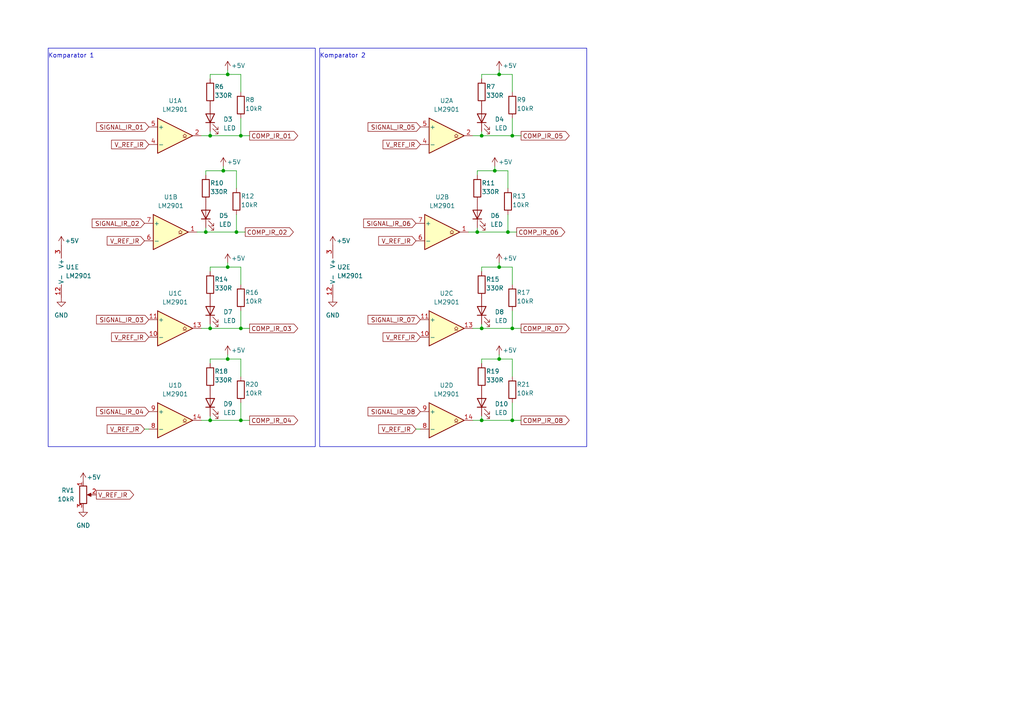
<source format=kicad_sch>
(kicad_sch (version 20231120) (generator "eeschema") (generator_version "8.0")
  (paper "A4")
  (lib_symbols
    (symbol "Comparator:LM2901" (pin_names (offset 0.127))
      (property "Reference" "U" (at 0 5.08 0))
      (property "Value" "LM2901" (at 0 -5.08 0))
      (symbol "LM2901_1_1"
        (polyline (pts (xy -5.08 5.08) (xy 5.08 0) (xy -5.08 -5.08) (xy -5.08 5.08)) (stroke (width 0.254)) (fill (type background)))
        (polyline (pts (xy 3.302 -0.508) (xy 2.794 -0.508) (xy 3.302 0) (xy 2.794 0.508) (xy 2.286 0) (xy 2.794 -0.508) (xy 2.286 -0.508)) (stroke (width 0.127)))
        (pin open_collector line (at 7.62 0 180) (length 2.54) (name "~") (number "2"))
        (pin input line (at -7.62 -2.54 0) (length 2.54) (name "-") (number "4"))
        (pin input line (at -7.62 2.54 0) (length 2.54) (name "+") (number "5"))
      )
      (symbol "LM2901_2_1"
        (polyline (pts (xy -5.08 5.08) (xy 5.08 0) (xy -5.08 -5.08) (xy -5.08 5.08)) (stroke (width 0.254)) (fill (type background)))
        (polyline (pts (xy 3.302 -0.508) (xy 2.794 -0.508) (xy 3.302 0) (xy 2.794 0.508) (xy 2.286 0) (xy 2.794 -0.508) (xy 2.286 -0.508)) (stroke (width 0.127)))
        (pin open_collector line (at 7.62 0 180) (length 2.54) (name "~") (number "1"))
        (pin input line (at -7.62 -2.54 0) (length 2.54) (name "-") (number "6"))
        (pin input line (at -7.62 2.54 0) (length 2.54) (name "+") (number "7"))
      )
      (symbol "LM2901_3_1"
        (polyline (pts (xy -5.08 5.08) (xy 5.08 0) (xy -5.08 -5.08) (xy -5.08 5.08)) (stroke (width 0.254)) (fill (type background)))
        (polyline (pts (xy 3.302 -0.508) (xy 2.794 -0.508) (xy 3.302 0) (xy 2.794 0.508) (xy 2.286 0) (xy 2.794 -0.508) (xy 2.286 -0.508)) (stroke (width 0.127)))
        (pin input line (at -7.62 -2.54 0) (length 2.54) (name "-") (number "10"))
        (pin input line (at -7.62 2.54 0) (length 2.54) (name "+") (number "11"))
        (pin open_collector line (at 7.62 0 180) (length 2.54) (name "~") (number "13"))
      )
      (symbol "LM2901_4_1"
        (polyline (pts (xy -5.08 5.08) (xy 5.08 0) (xy -5.08 -5.08) (xy -5.08 5.08)) (stroke (width 0.254)) (fill (type background)))
        (polyline (pts (xy 3.302 -0.508) (xy 2.794 -0.508) (xy 3.302 0) (xy 2.794 0.508) (xy 2.286 0) (xy 2.794 -0.508) (xy 2.286 -0.508)) (stroke (width 0.127)))
        (pin open_collector line (at 7.62 0 180) (length 2.54) (name "~") (number "14"))
        (pin input line (at -7.62 -2.54 0) (length 2.54) (name "-") (number "8"))
        (pin input line (at -7.62 2.54 0) (length 2.54) (name "+") (number "9"))
      )
      (symbol "LM2901_5_1"
        (pin power_in line (at -2.54 -7.62 90) (length 3.81) (name "V-") (number "12"))
        (pin power_in line (at -2.54 7.62 270) (length 3.81) (name "V+") (number "3"))
      )
    )
    (symbol "Device:LED" (pin_numbers hide) (pin_names (offset 1.016) hide)
      (property "Reference" "D" (at 0 2.54 0))
      (property "Value" "LED" (at 0 -2.54 0))
      (symbol "LED_0_1"
        (polyline (pts (xy -1.27 -1.27) (xy -1.27 1.27)) (stroke (width 0.254)))
        (polyline (pts (xy -1.27 0) (xy 1.27 0)))
        (polyline (pts (xy 1.27 -1.27) (xy 1.27 1.27) (xy -1.27 0) (xy 1.27 -1.27)) (stroke (width 0.254)))
        (polyline (pts (xy -3.048 -0.762) (xy -4.572 -2.286) (xy -3.81 -2.286) (xy -4.572 -2.286) (xy -4.572 -1.524)))
        (polyline (pts (xy -1.778 -0.762) (xy -3.302 -2.286) (xy -2.54 -2.286) (xy -3.302 -2.286) (xy -3.302 -1.524)))
      )
      (symbol "LED_1_1"
        (pin passive line (at -3.81 0 0) (length 2.54) (name "K") (number "1"))
        (pin passive line (at 3.81 0 180) (length 2.54) (name "A") (number "2"))
      )
    )
    (symbol "Device:R" (pin_numbers hide) (pin_names (offset 0))
      (property "Reference" "R" (at 2.032 0 90))
      (property "Value" "R" (at 0 0 90))
      (symbol "R_0_1"
        (rectangle (start -1.016 -2.54) (end 1.016 2.54) (stroke (width 0.254)))
      )
      (symbol "R_1_1"
        (pin passive line (at 0 3.81 270) (length 1.27) (name "~") (number "1"))
        (pin passive line (at 0 -3.81 90) (length 1.27) (name "~") (number "2"))
      )
    )
    (symbol "Device:R_Potentiometer" (pin_names (offset 1.016) hide)
      (property "Reference" "RV" (at -4.445 0 90))
      (property "Value" "R_Potentiometer" (at -2.54 0 90))
      (symbol "R_Potentiometer_0_1"
        (polyline (pts (xy 2.54 0) (xy 1.524 0)))
        (polyline (pts (xy 1.143 0) (xy 2.286 0.508) (xy 2.286 -0.508) (xy 1.143 0)) (fill (type outline)))
        (rectangle (start 1.016 2.54) (end -1.016 -2.54) (stroke (width 0.254)))
      )
      (symbol "R_Potentiometer_1_1"
        (pin passive line (at 0 3.81 270) (length 1.27) (name "1") (number "1"))
        (pin passive line (at 3.81 0 180) (length 1.27) (name "2") (number "2"))
        (pin passive line (at 0 -3.81 90) (length 1.27) (name "3") (number "3"))
      )
    )
    (symbol "power:+5V" (power) (pin_numbers hide) (pin_names (offset 0) hide)
      (property "Value" "+5V" (at 0 3.556 0))
      (symbol "+5V_0_1"
        (polyline (pts (xy -0.762 1.27) (xy 0 2.54)))
        (polyline (pts (xy 0 0) (xy 0 2.54)))
        (polyline (pts (xy 0 2.54) (xy 0.762 1.27)))
      )
      (symbol "+5V_1_1"
        (pin power_in line (at 0 0 90) (length 0) (name "~") (number "1"))
      )
    )
    (symbol "power:GND" (power) (pin_names (offset 0))
      (property "Value" "GND" (at 0 -3.81 0))
      (symbol "GND_0_1"
        (polyline (pts (xy 0 0) (xy 0 -1.27) (xy 1.27 -1.27) (xy 0 -2.54) (xy -1.27 -1.27) (xy 0 -1.27)))
      )
      (symbol "GND_1_1"
        (pin power_in line (at 0 0 270) (length 0) hide (name "GND") (number "1"))
      )
    )
  )
  (junction (at 139.7 95.25))
  (junction (at 66.04 21.59))
  (junction (at 69.85 39.37))
  (junction (at 143.51 49.53))
  (junction (at 66.04 104.14))
  (junction (at 69.85 95.25))
  (junction (at 66.04 77.47))
  (junction (at 60.96 121.92))
  (junction (at 144.78 77.47))
  (junction (at 144.78 21.59))
  (junction (at 147.32 67.31))
  (junction (at 59.69 67.31))
  (junction (at 69.85 121.92))
  (junction (at 60.96 95.25))
  (junction (at 148.59 95.25))
  (junction (at 139.7 121.92))
  (junction (at 148.59 121.92))
  (junction (at 139.7 39.37))
  (junction (at 68.58 67.31))
  (junction (at 138.43 67.31))
  (junction (at 144.78 104.14))
  (junction (at 64.77 49.53))
  (junction (at 60.96 39.37))
  (junction (at 148.59 39.37))
  (wire (pts (xy 60.96 77.47) (xy 66.04 77.47)))
  (wire (pts (xy 60.96 104.14) (xy 60.96 105.41)))
  (wire (pts (xy 147.32 54.61) (xy 147.32 49.53)))
  (wire (pts (xy 148.59 116.84) (xy 148.59 121.92)))
  (wire (pts (xy 69.85 82.55) (xy 69.85 77.47)))
  (wire (pts (xy 60.96 21.59) (xy 66.04 21.59)))
  (wire (pts (xy 148.59 77.47) (xy 144.78 77.47)))
  (wire (pts (xy 69.85 95.25) (xy 72.39 95.25)))
  (wire (pts (xy 144.78 21.59) (xy 144.78 20.32)))
  (wire (pts (xy 148.59 34.29) (xy 148.59 39.37)))
  (wire (pts (xy 148.59 90.17) (xy 148.59 95.25)))
  (wire (pts (xy 148.59 109.22) (xy 148.59 104.14)))
  (wire (pts (xy 68.58 67.31) (xy 71.12 67.31)))
  (wire (pts (xy 147.32 62.23) (xy 147.32 67.31)))
  (wire (pts (xy 147.32 49.53) (xy 143.51 49.53)))
  (wire (pts (xy 139.7 77.47) (xy 144.78 77.47)))
  (wire (pts (xy 69.85 39.37) (xy 60.96 39.37)))
  (wire (pts (xy 138.43 49.53) (xy 143.51 49.53)))
  (wire (pts (xy 148.59 21.59) (xy 144.78 21.59)))
  (wire (pts (xy 69.85 34.29) (xy 69.85 39.37)))
  (wire (pts (xy 139.7 38.1) (xy 139.7 39.37)))
  (wire (pts (xy 139.7 77.47) (xy 139.7 78.74)))
  (wire (pts (xy 69.85 90.17) (xy 69.85 95.25)))
  (wire (pts (xy 69.85 121.92) (xy 72.39 121.92)))
  (wire (pts (xy 58.42 95.25) (xy 60.96 95.25)))
  (wire (pts (xy 58.42 121.92) (xy 60.96 121.92)))
  (wire (pts (xy 139.7 21.59) (xy 139.7 22.86)))
  (wire (pts (xy 139.7 93.98) (xy 139.7 95.25)))
  (wire (pts (xy 64.77 49.53) (xy 64.77 48.26)))
  (wire (pts (xy 147.32 67.31) (xy 149.86 67.31)))
  (wire (pts (xy 59.69 49.53) (xy 59.69 50.8)))
  (wire (pts (xy 59.69 49.53) (xy 64.77 49.53)))
  (wire (pts (xy 69.85 109.22) (xy 69.85 104.14)))
  (wire (pts (xy 69.85 39.37) (xy 72.39 39.37)))
  (wire (pts (xy 139.7 120.65) (xy 139.7 121.92)))
  (wire (pts (xy 148.59 82.55) (xy 148.59 77.47)))
  (wire (pts (xy 66.04 77.47) (xy 66.04 76.2)))
  (wire (pts (xy 68.58 54.61) (xy 68.58 49.53)))
  (wire (pts (xy 69.85 121.92) (xy 60.96 121.92)))
  (wire (pts (xy 60.96 120.65) (xy 60.96 121.92)))
  (wire (pts (xy 139.7 104.14) (xy 144.78 104.14)))
  (wire (pts (xy 137.16 121.92) (xy 139.7 121.92)))
  (wire (pts (xy 60.96 77.47) (xy 60.96 78.74)))
  (wire (pts (xy 138.43 66.04) (xy 138.43 67.31)))
  (wire (pts (xy 148.59 39.37) (xy 151.13 39.37)))
  (wire (pts (xy 69.85 116.84) (xy 69.85 121.92)))
  (wire (pts (xy 147.32 67.31) (xy 138.43 67.31)))
  (wire (pts (xy 144.78 104.14) (xy 144.78 102.87)))
  (wire (pts (xy 60.96 38.1) (xy 60.96 39.37)))
  (wire (pts (xy 58.42 39.37) (xy 60.96 39.37)))
  (wire (pts (xy 59.69 66.04) (xy 59.69 67.31)))
  (wire (pts (xy 68.58 67.31) (xy 59.69 67.31)))
  (wire (pts (xy 60.96 21.59) (xy 60.96 22.86)))
  (wire (pts (xy 148.59 121.92) (xy 139.7 121.92)))
  (wire (pts (xy 69.85 95.25) (xy 60.96 95.25)))
  (wire (pts (xy 148.59 39.37) (xy 139.7 39.37)))
  (wire (pts (xy 66.04 21.59) (xy 66.04 20.32)))
  (wire (pts (xy 66.04 104.14) (xy 66.04 102.87)))
  (wire (pts (xy 68.58 49.53) (xy 64.77 49.53)))
  (wire (pts (xy 69.85 104.14) (xy 66.04 104.14)))
  (wire (pts (xy 148.59 104.14) (xy 144.78 104.14)))
  (wire (pts (xy 148.59 26.67) (xy 148.59 21.59)))
  (wire (pts (xy 69.85 77.47) (xy 66.04 77.47)))
  (wire (pts (xy 148.59 95.25) (xy 151.13 95.25)))
  (wire (pts (xy 137.16 95.25) (xy 139.7 95.25)))
  (wire (pts (xy 60.96 93.98) (xy 60.96 95.25)))
  (wire (pts (xy 135.89 67.31) (xy 138.43 67.31)))
  (wire (pts (xy 139.7 104.14) (xy 139.7 105.41)))
  (wire (pts (xy 148.59 121.92) (xy 151.13 121.92)))
  (wire (pts (xy 148.59 95.25) (xy 139.7 95.25)))
  (wire (pts (xy 60.96 104.14) (xy 66.04 104.14)))
  (wire (pts (xy 121.92 124.46) (xy 120.65 124.46)))
  (wire (pts (xy 57.15 67.31) (xy 59.69 67.31)))
  (wire (pts (xy 137.16 39.37) (xy 139.7 39.37)))
  (wire (pts (xy 69.85 26.67) (xy 69.85 21.59)))
  (wire (pts (xy 139.7 21.59) (xy 144.78 21.59)))
  (wire (pts (xy 69.85 21.59) (xy 66.04 21.59)))
  (wire (pts (xy 144.78 77.47) (xy 144.78 76.2)))
  (wire (pts (xy 143.51 49.53) (xy 143.51 48.26)))
  (wire (pts (xy 68.58 62.23) (xy 68.58 67.31)))
  (wire (pts (xy 43.18 124.46) (xy 41.91 124.46)))
  (wire (pts (xy 138.43 49.53) (xy 138.43 50.8)))
  (rectangle (start 92.71 13.97) (end 170.18 129.54))
  (rectangle (start 13.97 13.97) (end 91.44 129.54))
  (text "Komparator 2\n\n" (at 92.71 19.05 0) (effects (font (size 1.27 1.27)) (justify left bottom)))
  (text "Komparator 1\n\n" (at 13.97 19.05 0) (effects (font (size 1.27 1.27)) (justify left bottom)))
  (global_label "COMP_IR_06" (shape output) (at 149.86 67.31 0) (property "Intersheetrefs" "${INTERSHEET_REFS}" (effects (hide yes))))
  (global_label "V_REF_IR" (shape input) (at 120.65 124.46 180) (property "Intersheetrefs" "${INTERSHEET_REFS}" (effects (hide yes))))
  (global_label "COMP_IR_08" (shape output) (at 151.13 121.92 0) (property "Intersheetrefs" "${INTERSHEET_REFS}" (effects (hide yes))))
  (global_label "V_REF_IR" (shape input) (at 43.18 97.79 180) (property "Intersheetrefs" "${INTERSHEET_REFS}" (effects (hide yes))))
  (global_label "SIGNAL_IR_07" (shape input) (at 121.92 92.71 180) (property "Intersheetrefs" "${INTERSHEET_REFS}" (effects (hide yes))))
  (global_label "V_REF_IR" (shape input) (at 41.91 69.85 180) (property "Intersheetrefs" "${INTERSHEET_REFS}" (effects (hide yes))))
  (global_label "COMP_IR_05" (shape output) (at 151.13 39.37 0) (property "Intersheetrefs" "${INTERSHEET_REFS}" (effects (hide yes))))
  (global_label "SIGNAL_IR_01" (shape input) (at 43.18 36.83 180) (property "Intersheetrefs" "${INTERSHEET_REFS}" (effects (hide yes))))
  (global_label "COMP_IR_04" (shape output) (at 72.39 121.92 0) (property "Intersheetrefs" "${INTERSHEET_REFS}" (effects (hide yes))))
  (global_label "SIGNAL_IR_04" (shape input) (at 43.18 119.38 180) (property "Intersheetrefs" "${INTERSHEET_REFS}" (effects (hide yes))))
  (global_label "V_REF_IR" (shape input) (at 43.18 41.91 180) (property "Intersheetrefs" "${INTERSHEET_REFS}" (effects (hide yes))))
  (global_label "COMP_IR_01" (shape output) (at 72.39 39.37 0) (property "Intersheetrefs" "${INTERSHEET_REFS}" (effects (hide yes))))
  (global_label "V_REF_IR" (shape output) (at 27.94 143.51 0) (property "Intersheetrefs" "${INTERSHEET_REFS}" (effects (hide yes))))
  (global_label "COMP_IR_07" (shape output) (at 151.13 95.25 0) (property "Intersheetrefs" "${INTERSHEET_REFS}" (effects (hide yes))))
  (global_label "V_REF_IR" (shape input) (at 121.92 41.91 180) (property "Intersheetrefs" "${INTERSHEET_REFS}" (effects (hide yes))))
  (global_label "V_REF_IR" (shape input) (at 41.91 124.46 180) (property "Intersheetrefs" "${INTERSHEET_REFS}" (effects (hide yes))))
  (global_label "SIGNAL_IR_02" (shape input) (at 41.91 64.77 180) (property "Intersheetrefs" "${INTERSHEET_REFS}" (effects (hide yes))))
  (global_label "COMP_IR_03" (shape output) (at 72.39 95.25 0) (property "Intersheetrefs" "${INTERSHEET_REFS}" (effects (hide yes))))
  (global_label "COMP_IR_02" (shape output) (at 71.12 67.31 0) (property "Intersheetrefs" "${INTERSHEET_REFS}" (effects (hide yes))))
  (global_label "V_REF_IR" (shape input) (at 120.65 69.85 180) (property "Intersheetrefs" "${INTERSHEET_REFS}" (effects (hide yes))))
  (global_label "V_REF_IR" (shape input) (at 121.92 97.79 180) (property "Intersheetrefs" "${INTERSHEET_REFS}" (effects (hide yes))))
  (global_label "SIGNAL_IR_08" (shape input) (at 121.92 119.38 180) (property "Intersheetrefs" "${INTERSHEET_REFS}" (effects (hide yes))))
  (global_label "SIGNAL_IR_06" (shape input) (at 120.65 64.77 180) (property "Intersheetrefs" "${INTERSHEET_REFS}" (effects (hide yes))))
  (global_label "SIGNAL_IR_03" (shape input) (at 43.18 92.71 180) (property "Intersheetrefs" "${INTERSHEET_REFS}" (effects (hide yes))))
  (global_label "SIGNAL_IR_05" (shape input) (at 121.92 36.83 180) (property "Intersheetrefs" "${INTERSHEET_REFS}" (effects (hide yes))))
  (symbol (lib_id "Device:LED") (at 138.43 62.23 90) (unit 1)
    (property "Reference" "D6" (at 142.24 62.5474 90) (effects (justify right)))
    (property "Value" "LED" (at 142.24 65.0874 90) (effects (justify right)))
    (property "Footprint" "LED_SMD:LED_0603_1608Metric_Pad1.05x0.95mm_HandSolder" (effects (hide yes)))
    (property "Description" "Light emitting diode" (effects (hide yes)))
  )
  (symbol (lib_id "power:+5V") (at 144.78 102.87 0) (unit 1)
    (property "Reference" "#PWR023" (effects (hide yes)))
    (property "Value" "+5V" (at 147.828 101.6 0))
    (property "Description" "Power symbol creates a global label with name \"+5V\"" (effects (hide yes)))
  )
  (symbol (lib_id "Device:LED") (at 139.7 90.17 90) (unit 1)
    (property "Reference" "D8" (at 143.51 90.4874 90) (effects (justify right)))
    (property "Value" "LED" (at 143.51 93.0274 90) (effects (justify right)))
    (property "Footprint" "LED_SMD:LED_0603_1608Metric_Pad1.05x0.95mm_HandSolder" (effects (hide yes)))
    (property "Description" "Light emitting diode" (effects (hide yes)))
  )
  (symbol (lib_id "Device:R") (at 59.69 54.61 0) (unit 1)
    (property "Reference" "R10" (at 60.96 53.086 0) (effects (justify left)))
    (property "Value" "330R" (at 60.96 55.626 0) (effects (justify left)))
    (property "Footprint" "Resistor_SMD:R_0603_1608Metric_Pad0.98x0.95mm_HandSolder" (effects (hide yes)))
  )
  (symbol (lib_id "Device:R") (at 69.85 30.48 0) (unit 1)
    (property "Reference" "R8" (at 71.12 28.956 0) (effects (justify left)))
    (property "Value" "10kR" (at 71.12 31.496 0) (effects (justify left)))
    (property "Footprint" "Resistor_SMD:R_0603_1608Metric_Pad0.98x0.95mm_HandSolder" (effects (hide yes)))
  )
  (symbol (lib_id "Comparator:LM2901") (at 50.8 95.25 0) (unit 3)
    (property "Reference" "U1" (at 50.8 85.09 0))
    (property "Value" "LM2901" (at 50.8 87.63 0))
    (property "Footprint" "User_defined_footprints:SOIC127P600X175-14N" (effects (hide yes)))
    (property "Datasheet" "https://www.st.com/resource/en/datasheet/lm2901.pdf" (effects (hide yes)))
  )
  (symbol (lib_id "power:+5V") (at 96.52 71.12 0) (unit 1)
    (property "Reference" "#PWR017" (effects (hide yes)))
    (property "Value" "+5V" (at 99.568 69.85 0))
    (property "Description" "Power symbol creates a global label with name \"+5V\"" (effects (hide yes)))
  )
  (symbol (lib_id "power:+5V") (at 24.13 139.7 0) (unit 1)
    (property "Reference" "#PWR024" (effects (hide yes)))
    (property "Value" "+5V" (at 27.178 138.43 0))
    (property "Description" "Power symbol creates a global label with name \"+5V\"" (effects (hide yes)))
  )
  (symbol (lib_id "Device:LED") (at 139.7 34.29 90) (unit 1)
    (property "Reference" "D4" (at 143.51 34.6074 90) (effects (justify right)))
    (property "Value" "LED" (at 143.51 37.1474 90) (effects (justify right)))
    (property "Footprint" "LED_SMD:LED_0603_1608Metric_Pad1.05x0.95mm_HandSolder" (effects (hide yes)))
    (property "Description" "Light emitting diode" (effects (hide yes)))
  )
  (symbol (lib_id "Comparator:LM2901") (at 49.53 67.31 0) (unit 2)
    (property "Reference" "U1" (at 49.53 57.15 0))
    (property "Value" "LM2901" (at 49.53 59.69 0))
    (property "Footprint" "User_defined_footprints:SOIC127P600X175-14N" (effects (hide yes)))
    (property "Datasheet" "https://www.st.com/resource/en/datasheet/lm2901.pdf" (effects (hide yes)))
  )
  (symbol (lib_id "Device:R_Potentiometer") (at 24.13 143.51 0) (unit 1)
    (property "Reference" "RV1" (at 21.59 142.24 0) (effects (justify right)))
    (property "Value" "10kR" (at 21.59 144.78 0) (effects (justify right)))
    (property "Footprint" "User_defined_footprints:Potencjometr 3,2x3,4" (effects (hide yes)))
  )
  (symbol (lib_id "power:GND") (at 17.78 86.36 0) (unit 1)
    (property "Reference" "#PWR020" (effects (hide yes)))
    (property "Value" "GND" (at 17.78 91.44 0))
  )
  (symbol (lib_id "Comparator:LM2901") (at 128.27 67.31 0) (unit 2)
    (property "Reference" "U2" (at 128.27 57.15 0))
    (property "Value" "LM2901" (at 128.27 59.69 0))
    (property "Footprint" "User_defined_footprints:SOIC127P600X175-14N" (effects (hide yes)))
    (property "Datasheet" "https://www.st.com/resource/en/datasheet/lm2901.pdf" (effects (hide yes)))
  )
  (symbol (lib_id "Device:R") (at 139.7 82.55 0) (unit 1)
    (property "Reference" "R15" (at 140.97 81.026 0) (effects (justify left)))
    (property "Value" "330R" (at 140.97 83.566 0) (effects (justify left)))
    (property "Footprint" "Resistor_SMD:R_0603_1608Metric_Pad0.98x0.95mm_HandSolder" (effects (hide yes)))
  )
  (symbol (lib_id "Comparator:LM2901") (at 50.8 39.37 0) (unit 1)
    (property "Reference" "U1" (at 50.8 29.21 0))
    (property "Value" "LM2901" (at 50.8 31.75 0))
    (property "Footprint" "User_defined_footprints:SOIC127P600X175-14N" (effects (hide yes)))
    (property "Datasheet" "https://www.st.com/resource/en/datasheet/lm2901.pdf" (effects (hide yes)))
  )
  (symbol (lib_id "Device:LED") (at 59.69 62.23 90) (unit 1)
    (property "Reference" "D5" (at 63.5 62.5474 90) (effects (justify right)))
    (property "Value" "LED" (at 63.5 65.0874 90) (effects (justify right)))
    (property "Footprint" "LED_SMD:LED_0603_1608Metric_Pad1.05x0.95mm_HandSolder" (effects (hide yes)))
    (property "Description" "Light emitting diode" (effects (hide yes)))
  )
  (symbol (lib_id "Device:R") (at 147.32 58.42 0) (unit 1)
    (property "Reference" "R13" (at 148.59 56.896 0) (effects (justify left)))
    (property "Value" "10kR" (at 148.59 59.436 0) (effects (justify left)))
    (property "Footprint" "Resistor_SMD:R_0603_1608Metric_Pad0.98x0.95mm_HandSolder" (effects (hide yes)))
  )
  (symbol (lib_id "Device:R") (at 148.59 113.03 0) (unit 1)
    (property "Reference" "R21" (at 149.86 111.506 0) (effects (justify left)))
    (property "Value" "10kR" (at 149.86 114.046 0) (effects (justify left)))
    (property "Footprint" "Resistor_SMD:R_0603_1608Metric_Pad0.98x0.95mm_HandSolder" (effects (hide yes)))
  )
  (symbol (lib_id "Device:LED") (at 60.96 116.84 90) (unit 1)
    (property "Reference" "D9" (at 64.77 117.1574 90) (effects (justify right)))
    (property "Value" "LED" (at 64.77 119.6974 90) (effects (justify right)))
    (property "Footprint" "LED_SMD:LED_0603_1608Metric_Pad1.05x0.95mm_HandSolder" (effects (hide yes)))
    (property "Description" "Light emitting diode" (effects (hide yes)))
  )
  (symbol (lib_id "power:+5V") (at 66.04 76.2 0) (unit 1)
    (property "Reference" "#PWR018" (effects (hide yes)))
    (property "Value" "+5V" (at 69.088 74.93 0))
    (property "Description" "Power symbol creates a global label with name \"+5V\"" (effects (hide yes)))
  )
  (symbol (lib_id "power:+5V") (at 143.51 48.26 0) (unit 1)
    (property "Reference" "#PWR015" (effects (hide yes)))
    (property "Value" "+5V" (at 146.558 46.99 0))
    (property "Description" "Power symbol creates a global label with name \"+5V\"" (effects (hide yes)))
  )
  (symbol (lib_id "power:+5V") (at 17.78 71.12 0) (unit 1)
    (property "Reference" "#PWR016" (effects (hide yes)))
    (property "Value" "+5V" (at 20.828 69.85 0))
    (property "Description" "Power symbol creates a global label with name \"+5V\"" (effects (hide yes)))
  )
  (symbol (lib_id "Device:R") (at 69.85 86.36 0) (unit 1)
    (property "Reference" "R16" (at 71.12 84.836 0) (effects (justify left)))
    (property "Value" "10kR" (at 71.12 87.376 0) (effects (justify left)))
    (property "Footprint" "Resistor_SMD:R_0603_1608Metric_Pad0.98x0.95mm_HandSolder" (effects (hide yes)))
  )
  (symbol (lib_id "Device:R") (at 139.7 109.22 0) (unit 1)
    (property "Reference" "R19" (at 140.97 107.696 0) (effects (justify left)))
    (property "Value" "330R" (at 140.97 110.236 0) (effects (justify left)))
    (property "Footprint" "Resistor_SMD:R_0603_1608Metric_Pad0.98x0.95mm_HandSolder" (effects (hide yes)))
  )
  (symbol (lib_id "power:+5V") (at 64.77 48.26 0) (unit 1)
    (property "Reference" "#PWR014" (effects (hide yes)))
    (property "Value" "+5V" (at 67.818 46.99 0))
    (property "Description" "Power symbol creates a global label with name \"+5V\"" (effects (hide yes)))
  )
  (symbol (lib_id "power:+5V") (at 66.04 20.32 0) (unit 1)
    (property "Reference" "#PWR012" (effects (hide yes)))
    (property "Value" "+5V" (at 69.088 19.05 0))
    (property "Description" "Power symbol creates a global label with name \"+5V\"" (effects (hide yes)))
  )
  (symbol (lib_id "Comparator:LM2901") (at 50.8 121.92 0) (unit 4)
    (property "Reference" "U1" (at 50.8 111.76 0))
    (property "Value" "LM2901" (at 50.8 114.3 0))
    (property "Footprint" "User_defined_footprints:SOIC127P600X175-14N" (effects (hide yes)))
    (property "Datasheet" "https://www.st.com/resource/en/datasheet/lm2901.pdf" (effects (hide yes)))
  )
  (symbol (lib_id "Comparator:LM2901") (at 129.54 121.92 0) (unit 4)
    (property "Reference" "U2" (at 129.54 111.76 0))
    (property "Value" "LM2901" (at 129.54 114.3 0))
    (property "Footprint" "User_defined_footprints:SOIC127P600X175-14N" (effects (hide yes)))
    (property "Datasheet" "https://www.st.com/resource/en/datasheet/lm2901.pdf" (effects (hide yes)))
  )
  (symbol (lib_id "Device:R") (at 139.7 26.67 0) (unit 1)
    (property "Reference" "R7" (at 140.97 25.146 0) (effects (justify left)))
    (property "Value" "330R" (at 140.97 27.686 0) (effects (justify left)))
    (property "Footprint" "Resistor_SMD:R_0603_1608Metric_Pad0.98x0.95mm_HandSolder" (effects (hide yes)))
  )
  (symbol (lib_id "Device:LED") (at 60.96 34.29 90) (unit 1)
    (property "Reference" "D3" (at 64.77 34.6074 90) (effects (justify right)))
    (property "Value" "LED" (at 64.77 37.1474 90) (effects (justify right)))
    (property "Footprint" "LED_SMD:LED_0603_1608Metric_Pad1.05x0.95mm_HandSolder" (effects (hide yes)))
    (property "Description" "Light emitting diode" (effects (hide yes)))
  )
  (symbol (lib_id "Comparator:LM2901") (at 129.54 95.25 0) (unit 3)
    (property "Reference" "U2" (at 129.54 85.09 0))
    (property "Value" "LM2901" (at 129.54 87.63 0))
    (property "Footprint" "User_defined_footprints:SOIC127P600X175-14N" (effects (hide yes)))
    (property "Datasheet" "https://www.st.com/resource/en/datasheet/lm2901.pdf" (effects (hide yes)))
  )
  (symbol (lib_id "power:GND") (at 24.13 147.32 0) (unit 1)
    (property "Reference" "#PWR025" (effects (hide yes)))
    (property "Value" "GND" (at 24.13 152.4 0))
  )
  (symbol (lib_id "Comparator:LM2901") (at 20.32 78.74 0) (unit 5)
    (property "Reference" "U1" (at 19.05 77.47 0) (effects (justify left)))
    (property "Value" "LM2901" (at 19.05 80.01 0) (effects (justify left)))
    (property "Footprint" "User_defined_footprints:SOIC127P600X175-14N" (effects (hide yes)))
    (property "Datasheet" "https://www.st.com/resource/en/datasheet/lm2901.pdf" (effects (hide yes)))
  )
  (symbol (lib_id "Device:R") (at 60.96 82.55 0) (unit 1)
    (property "Reference" "R14" (at 62.23 81.026 0) (effects (justify left)))
    (property "Value" "330R" (at 62.23 83.566 0) (effects (justify left)))
    (property "Footprint" "Resistor_SMD:R_0603_1608Metric_Pad0.98x0.95mm_HandSolder" (effects (hide yes)))
  )
  (symbol (lib_id "power:+5V") (at 66.04 102.87 0) (unit 1)
    (property "Reference" "#PWR022" (effects (hide yes)))
    (property "Value" "+5V" (at 69.088 101.6 0))
    (property "Description" "Power symbol creates a global label with name \"+5V\"" (effects (hide yes)))
  )
  (symbol (lib_id "Comparator:LM2901") (at 99.06 78.74 0) (unit 5)
    (property "Reference" "U2" (at 97.79 77.47 0) (effects (justify left)))
    (property "Value" "LM2901" (at 97.79 80.01 0) (effects (justify left)))
    (property "Footprint" "User_defined_footprints:SOIC127P600X175-14N" (effects (hide yes)))
    (property "Datasheet" "https://www.st.com/resource/en/datasheet/lm2901.pdf" (effects (hide yes)))
  )
  (symbol (lib_id "Comparator:LM2901") (at 129.54 39.37 0) (unit 1)
    (property "Reference" "U2" (at 129.54 29.21 0))
    (property "Value" "LM2901" (at 129.54 31.75 0))
    (property "Footprint" "User_defined_footprints:SOIC127P600X175-14N" (effects (hide yes)))
    (property "Datasheet" "https://www.st.com/resource/en/datasheet/lm2901.pdf" (effects (hide yes)))
  )
  (symbol (lib_id "power:+5V") (at 144.78 20.32 0) (unit 1)
    (property "Reference" "#PWR013" (effects (hide yes)))
    (property "Value" "+5V" (at 147.828 19.05 0))
    (property "Description" "Power symbol creates a global label with name \"+5V\"" (effects (hide yes)))
  )
  (symbol (lib_id "power:GND") (at 96.52 86.36 0) (unit 1)
    (property "Reference" "#PWR021" (effects (hide yes)))
    (property "Value" "GND" (at 96.52 91.44 0))
  )
  (symbol (lib_id "Device:R") (at 60.96 26.67 0) (unit 1)
    (property "Reference" "R6" (at 62.23 25.146 0) (effects (justify left)))
    (property "Value" "330R" (at 62.23 27.686 0) (effects (justify left)))
    (property "Footprint" "Resistor_SMD:R_0603_1608Metric_Pad0.98x0.95mm_HandSolder" (effects (hide yes)))
  )
  (symbol (lib_id "Device:R") (at 68.58 58.42 0) (unit 1)
    (property "Reference" "R12" (at 69.85 56.896 0) (effects (justify left)))
    (property "Value" "10kR" (at 69.85 59.436 0) (effects (justify left)))
    (property "Footprint" "Resistor_SMD:R_0603_1608Metric_Pad0.98x0.95mm_HandSolder" (effects (hide yes)))
  )
  (symbol (lib_id "Device:LED") (at 60.96 90.17 90) (unit 1)
    (property "Reference" "D7" (at 64.77 90.4874 90) (effects (justify right)))
    (property "Value" "LED" (at 64.77 93.0274 90) (effects (justify right)))
    (property "Footprint" "LED_SMD:LED_0603_1608Metric_Pad1.05x0.95mm_HandSolder" (effects (hide yes)))
    (property "Description" "Light emitting diode" (effects (hide yes)))
  )
  (symbol (lib_id "Device:R") (at 148.59 30.48 0) (unit 1)
    (property "Reference" "R9" (at 149.86 28.956 0) (effects (justify left)))
    (property "Value" "10kR" (at 149.86 31.496 0) (effects (justify left)))
    (property "Footprint" "Resistor_SMD:R_0603_1608Metric_Pad0.98x0.95mm_HandSolder" (effects (hide yes)))
  )
  (symbol (lib_id "Device:R") (at 60.96 109.22 0) (unit 1)
    (property "Reference" "R18" (at 62.23 107.696 0) (effects (justify left)))
    (property "Value" "330R" (at 62.23 110.236 0) (effects (justify left)))
    (property "Footprint" "Resistor_SMD:R_0603_1608Metric_Pad0.98x0.95mm_HandSolder" (effects (hide yes)))
  )
  (symbol (lib_id "Device:R") (at 148.59 86.36 0) (unit 1)
    (property "Reference" "R17" (at 149.86 84.836 0) (effects (justify left)))
    (property "Value" "10kR" (at 149.86 87.376 0) (effects (justify left)))
    (property "Footprint" "Resistor_SMD:R_0603_1608Metric_Pad0.98x0.95mm_HandSolder" (effects (hide yes)))
  )
  (symbol (lib_id "Device:R") (at 138.43 54.61 0) (unit 1)
    (property "Reference" "R11" (at 139.7 53.086 0) (effects (justify left)))
    (property "Value" "330R" (at 139.7 55.626 0) (effects (justify left)))
    (property "Footprint" "Resistor_SMD:R_0603_1608Metric_Pad0.98x0.95mm_HandSolder" (effects (hide yes)))
  )
  (symbol (lib_id "Device:R") (at 69.85 113.03 0) (unit 1)
    (property "Reference" "R20" (at 71.12 111.506 0) (effects (justify left)))
    (property "Value" "10kR" (at 71.12 114.046 0) (effects (justify left)))
    (property "Footprint" "Resistor_SMD:R_0603_1608Metric_Pad0.98x0.95mm_HandSolder" (effects (hide yes)))
  )
  (symbol (lib_id "power:+5V") (at 144.78 76.2 0) (unit 1)
    (property "Reference" "#PWR019" (effects (hide yes)))
    (property "Value" "+5V" (at 147.828 74.93 0))
    (property "Description" "Power symbol creates a global label with name \"+5V\"" (effects (hide yes)))
  )
  (symbol (lib_id "Device:LED") (at 139.7 116.84 90) (unit 1)
    (property "Reference" "D10" (at 143.51 117.1574 90) (effects (justify right)))
    (property "Value" "LED" (at 143.51 119.6974 90) (effects (justify right)))
    (property "Footprint" "LED_SMD:LED_0603_1608Metric_Pad1.05x0.95mm_HandSolder" (effects (hide yes)))
    (property "Description" "Light emitting diode" (effects (hide yes)))
  )
)
</source>
